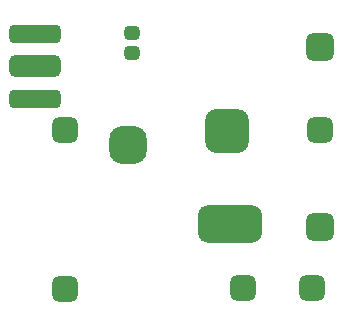
<source format=gts>
G04 Layer_Color=8388736*
%FSLAX44Y44*%
%MOMM*%
G71*
G01*
G75*
G04:AMPARAMS|DCode=28|XSize=4.4032mm|YSize=1.8532mm|CornerRadius=0.5141mm|HoleSize=0mm|Usage=FLASHONLY|Rotation=0.000|XOffset=0mm|YOffset=0mm|HoleType=Round|Shape=RoundedRectangle|*
%AMROUNDEDRECTD28*
21,1,4.4032,0.8250,0,0,0.0*
21,1,3.3750,1.8532,0,0,0.0*
1,1,1.0282,1.6875,-0.4125*
1,1,1.0282,-1.6875,-0.4125*
1,1,1.0282,-1.6875,0.4125*
1,1,1.0282,1.6875,0.4125*
%
%ADD28ROUNDEDRECTD28*%
G04:AMPARAMS|DCode=29|XSize=4.4032mm|YSize=1.6032mm|CornerRadius=0.4516mm|HoleSize=0mm|Usage=FLASHONLY|Rotation=0.000|XOffset=0mm|YOffset=0mm|HoleType=Round|Shape=RoundedRectangle|*
%AMROUNDEDRECTD29*
21,1,4.4032,0.7000,0,0,0.0*
21,1,3.5000,1.6032,0,0,0.0*
1,1,0.9032,1.7500,-0.3500*
1,1,0.9032,-1.7500,-0.3500*
1,1,0.9032,-1.7500,0.3500*
1,1,0.9032,1.7500,0.3500*
%
%ADD29ROUNDEDRECTD29*%
G04:AMPARAMS|DCode=30|XSize=1.2032mm|YSize=1.3032mm|CornerRadius=0.3516mm|HoleSize=0mm|Usage=FLASHONLY|Rotation=270.000|XOffset=0mm|YOffset=0mm|HoleType=Round|Shape=RoundedRectangle|*
%AMROUNDEDRECTD30*
21,1,1.2032,0.6000,0,0,270.0*
21,1,0.5000,1.3032,0,0,270.0*
1,1,0.7032,-0.3000,-0.2500*
1,1,0.7032,-0.3000,0.2500*
1,1,0.7032,0.3000,0.2500*
1,1,0.7032,0.3000,-0.2500*
%
%ADD30ROUNDEDRECTD30*%
G04:AMPARAMS|DCode=31|XSize=5.4032mm|YSize=3.2032mm|CornerRadius=0.8516mm|HoleSize=0mm|Usage=FLASHONLY|Rotation=0.000|XOffset=0mm|YOffset=0mm|HoleType=Round|Shape=RoundedRectangle|*
%AMROUNDEDRECTD31*
21,1,5.4032,1.5000,0,0,0.0*
21,1,3.7000,3.2032,0,0,0.0*
1,1,1.7032,1.8500,-0.7500*
1,1,1.7032,-1.8500,-0.7500*
1,1,1.7032,-1.8500,0.7500*
1,1,1.7032,1.8500,0.7500*
%
%ADD31ROUNDEDRECTD31*%
G04:AMPARAMS|DCode=32|XSize=3.7032mm|YSize=3.7032mm|CornerRadius=0.9766mm|HoleSize=0mm|Usage=FLASHONLY|Rotation=0.000|XOffset=0mm|YOffset=0mm|HoleType=Round|Shape=RoundedRectangle|*
%AMROUNDEDRECTD32*
21,1,3.7032,1.7500,0,0,0.0*
21,1,1.7500,3.7032,0,0,0.0*
1,1,1.9532,0.8750,-0.8750*
1,1,1.9532,-0.8750,-0.8750*
1,1,1.9532,-0.8750,0.8750*
1,1,1.9532,0.8750,0.8750*
%
%ADD32ROUNDEDRECTD32*%
G04:AMPARAMS|DCode=33|XSize=3.2032mm|YSize=3.2032mm|CornerRadius=1.1516mm|HoleSize=0mm|Usage=FLASHONLY|Rotation=0.000|XOffset=0mm|YOffset=0mm|HoleType=Round|Shape=RoundedRectangle|*
%AMROUNDEDRECTD33*
21,1,3.2032,0.9000,0,0,0.0*
21,1,0.9000,3.2032,0,0,0.0*
1,1,2.3032,0.4500,-0.4500*
1,1,2.3032,-0.4500,-0.4500*
1,1,2.3032,-0.4500,0.4500*
1,1,2.3032,0.4500,0.4500*
%
%ADD33ROUNDEDRECTD33*%
G04:AMPARAMS|DCode=34|XSize=2.2032mm|YSize=2.2032mm|CornerRadius=0.6016mm|HoleSize=0mm|Usage=FLASHONLY|Rotation=0.000|XOffset=0mm|YOffset=0mm|HoleType=Round|Shape=RoundedRectangle|*
%AMROUNDEDRECTD34*
21,1,2.2032,1.0000,0,0,0.0*
21,1,1.0000,2.2032,0,0,0.0*
1,1,1.2032,0.5000,-0.5000*
1,1,1.2032,-0.5000,-0.5000*
1,1,1.2032,-0.5000,0.5000*
1,1,1.2032,0.5000,0.5000*
%
%ADD34ROUNDEDRECTD34*%
G04:AMPARAMS|DCode=35|XSize=2.2032mm|YSize=2.2032mm|CornerRadius=0.6016mm|HoleSize=0mm|Usage=FLASHONLY|Rotation=270.000|XOffset=0mm|YOffset=0mm|HoleType=Round|Shape=RoundedRectangle|*
%AMROUNDEDRECTD35*
21,1,2.2032,1.0000,0,0,270.0*
21,1,1.0000,2.2032,0,0,270.0*
1,1,1.2032,-0.5000,-0.5000*
1,1,1.2032,-0.5000,0.5000*
1,1,1.2032,0.5000,0.5000*
1,1,1.2032,0.5000,-0.5000*
%
%ADD35ROUNDEDRECTD35*%
G04:AMPARAMS|DCode=36|XSize=2.4032mm|YSize=2.4032mm|CornerRadius=0.6516mm|HoleSize=0mm|Usage=FLASHONLY|Rotation=270.000|XOffset=0mm|YOffset=0mm|HoleType=Round|Shape=RoundedRectangle|*
%AMROUNDEDRECTD36*
21,1,2.4032,1.1000,0,0,270.0*
21,1,1.1000,2.4032,0,0,270.0*
1,1,1.3032,-0.5500,-0.5500*
1,1,1.3032,-0.5500,0.5500*
1,1,1.3032,0.5500,0.5500*
1,1,1.3032,0.5500,-0.5500*
%
%ADD36ROUNDEDRECTD36*%
G04:AMPARAMS|DCode=37|XSize=2.4032mm|YSize=2.4032mm|CornerRadius=0.6516mm|HoleSize=0mm|Usage=FLASHONLY|Rotation=0.000|XOffset=0mm|YOffset=0mm|HoleType=Round|Shape=RoundedRectangle|*
%AMROUNDEDRECTD37*
21,1,2.4032,1.1000,0,0,0.0*
21,1,1.1000,2.4032,0,0,0.0*
1,1,1.3032,0.5500,-0.5500*
1,1,1.3032,-0.5500,-0.5500*
1,1,1.3032,-0.5500,0.5500*
1,1,1.3032,0.5500,0.5500*
%
%ADD37ROUNDEDRECTD37*%
%ADD38C,0.2032*%
%ADD39C,0.6032*%
D28*
X25000Y240000D02*
D03*
D29*
Y267500D02*
D03*
Y212500D02*
D03*
D30*
X107000Y251000D02*
D03*
Y268000D02*
D03*
D31*
X190000Y106000D02*
D03*
D32*
X188000Y185000D02*
D03*
D33*
X104000Y173000D02*
D03*
D34*
X267000Y185990D02*
D03*
X260000Y52000D02*
D03*
X51000Y186000D02*
D03*
X201500Y52000D02*
D03*
D35*
X51000Y51000D02*
D03*
D36*
X267000Y256500D02*
D03*
D37*
Y104000D02*
D03*
D38*
X188000Y185000D02*
D03*
D39*
X39000Y212500D02*
D03*
Y268000D02*
D03*
X199000Y175000D02*
D03*
M02*

</source>
